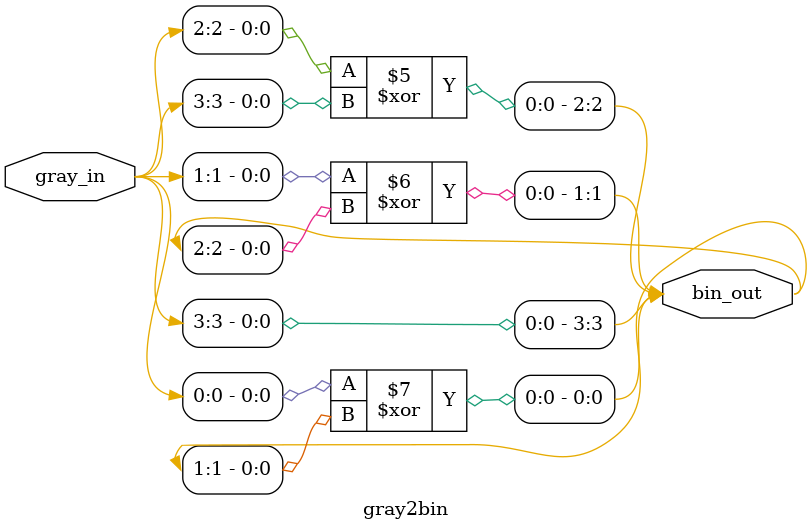
<source format=sv>
module gray2bin 
#(
    parameter WIDTH = 4 
)(
    input  logic [WIDTH-1 : 0]      gray_in ,           


    output logic [WIDTH-1 : 0]      bin_out  
);

    always @(*) begin
        bin_out[WIDTH-1] = gray_in[WIDTH-1] ;
        for (int i=WIDTH-2; i>=0; i--) begin
            bin_out[i] = gray_in[i] ^ bin_out[i+1] ;
        end
    end

endmodule




</source>
